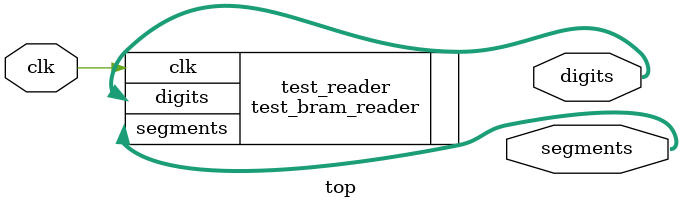
<source format=v>
module top
(
    input        clk,

    output [7:0] segments,
    output [3:0] digits
);

// ===== ТЕСТ СЕМИСЕГМЕНТНОГО ИНДИКАТОРА ===== //

//seven_segment_timer timer
//(
//    .clk(clk),
//    .segments(segments),
//    .digits(digits)
//);

// =========================================== //

// ===== ТЕСТ ЧТЕНИЯ ПАМЯТИ BRAM ===== //

test_bram_reader test_reader
(
    .clk(clk),
    .segments(segments),
    .digits(digits)
);

// =================================== //

// ===== ТЕСТ ЗАПИСИ В BRAM ===== //
// also replace bram module in bram_rw_controller.v (to bram_sp)
//test_bram_writer test_writer
//(
//    .clk(clk),
//    .segments(segments),
//    .digits(digits)
//);

// =================================== //

endmodule
</source>
